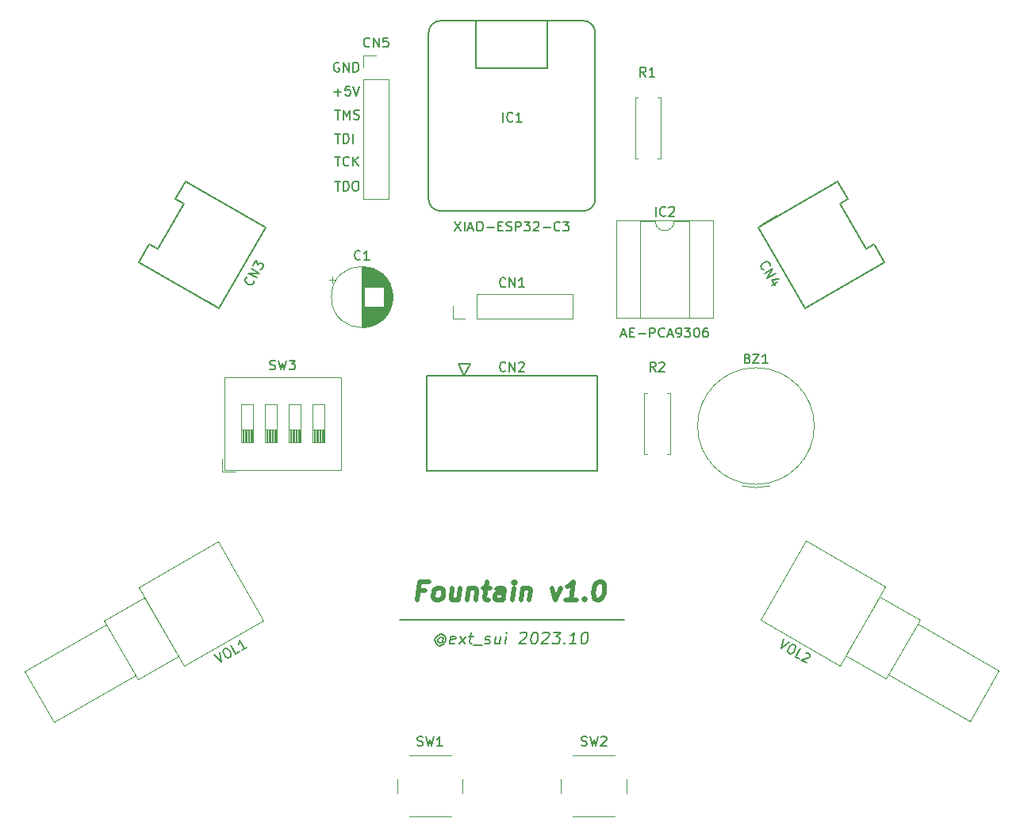
<source format=gto>
G04 #@! TF.GenerationSoftware,KiCad,Pcbnew,(5.0.2)-1*
G04 #@! TF.CreationDate,2023-10-22T23:37:33+09:00*
G04 #@! TF.ProjectId,Fountain,466f756e-7461-4696-9e2e-6b696361645f,rev?*
G04 #@! TF.SameCoordinates,Original*
G04 #@! TF.FileFunction,Legend,Top*
G04 #@! TF.FilePolarity,Positive*
%FSLAX46Y46*%
G04 Gerber Fmt 4.6, Leading zero omitted, Abs format (unit mm)*
G04 Created by KiCad (PCBNEW (5.0.2)-1) date 2023/10/22 23:37:33*
%MOMM*%
%LPD*%
G01*
G04 APERTURE LIST*
%ADD10C,0.150000*%
%ADD11C,0.500000*%
%ADD12C,0.200000*%
%ADD13C,0.120000*%
%ADD14C,0.127000*%
G04 APERTURE END LIST*
D10*
X111120738Y-79152380D02*
X111692166Y-79152380D01*
X111406452Y-80152380D02*
X111406452Y-79152380D01*
X112025500Y-80152380D02*
X112025500Y-79152380D01*
X112263595Y-79152380D01*
X112406452Y-79200000D01*
X112501690Y-79295238D01*
X112549309Y-79390476D01*
X112596928Y-79580952D01*
X112596928Y-79723809D01*
X112549309Y-79914285D01*
X112501690Y-80009523D01*
X112406452Y-80104761D01*
X112263595Y-80152380D01*
X112025500Y-80152380D01*
X113215976Y-79152380D02*
X113406452Y-79152380D01*
X113501690Y-79200000D01*
X113596928Y-79295238D01*
X113644547Y-79485714D01*
X113644547Y-79819047D01*
X113596928Y-80009523D01*
X113501690Y-80104761D01*
X113406452Y-80152380D01*
X113215976Y-80152380D01*
X113120738Y-80104761D01*
X113025500Y-80009523D01*
X112977880Y-79819047D01*
X112977880Y-79485714D01*
X113025500Y-79295238D01*
X113120738Y-79200000D01*
X113215976Y-79152380D01*
X111120738Y-74072380D02*
X111692166Y-74072380D01*
X111406452Y-75072380D02*
X111406452Y-74072380D01*
X112025500Y-75072380D02*
X112025500Y-74072380D01*
X112263595Y-74072380D01*
X112406452Y-74120000D01*
X112501690Y-74215238D01*
X112549309Y-74310476D01*
X112596928Y-74500952D01*
X112596928Y-74643809D01*
X112549309Y-74834285D01*
X112501690Y-74929523D01*
X112406452Y-75024761D01*
X112263595Y-75072380D01*
X112025500Y-75072380D01*
X113025500Y-75072380D02*
X113025500Y-74072380D01*
X111120738Y-76512380D02*
X111692166Y-76512380D01*
X111406452Y-77512380D02*
X111406452Y-76512380D01*
X112596928Y-77417142D02*
X112549309Y-77464761D01*
X112406452Y-77512380D01*
X112311214Y-77512380D01*
X112168357Y-77464761D01*
X112073119Y-77369523D01*
X112025500Y-77274285D01*
X111977880Y-77083809D01*
X111977880Y-76940952D01*
X112025500Y-76750476D01*
X112073119Y-76655238D01*
X112168357Y-76560000D01*
X112311214Y-76512380D01*
X112406452Y-76512380D01*
X112549309Y-76560000D01*
X112596928Y-76607619D01*
X113025500Y-77512380D02*
X113025500Y-76512380D01*
X113596928Y-77512380D02*
X113168357Y-76940952D01*
X113596928Y-76512380D02*
X113025500Y-77083809D01*
X111120738Y-71532380D02*
X111692166Y-71532380D01*
X111406452Y-72532380D02*
X111406452Y-71532380D01*
X112025500Y-72532380D02*
X112025500Y-71532380D01*
X112358833Y-72246666D01*
X112692166Y-71532380D01*
X112692166Y-72532380D01*
X113120738Y-72484761D02*
X113263595Y-72532380D01*
X113501690Y-72532380D01*
X113596928Y-72484761D01*
X113644547Y-72437142D01*
X113692166Y-72341904D01*
X113692166Y-72246666D01*
X113644547Y-72151428D01*
X113596928Y-72103809D01*
X113501690Y-72056190D01*
X113311214Y-72008571D01*
X113215976Y-71960952D01*
X113168357Y-71913333D01*
X113120738Y-71818095D01*
X113120738Y-71722857D01*
X113168357Y-71627619D01*
X113215976Y-71580000D01*
X113311214Y-71532380D01*
X113549309Y-71532380D01*
X113692166Y-71580000D01*
X111009595Y-69611428D02*
X111771500Y-69611428D01*
X111390547Y-69992380D02*
X111390547Y-69230476D01*
X112723880Y-68992380D02*
X112247690Y-68992380D01*
X112200071Y-69468571D01*
X112247690Y-69420952D01*
X112342928Y-69373333D01*
X112581023Y-69373333D01*
X112676261Y-69420952D01*
X112723880Y-69468571D01*
X112771500Y-69563809D01*
X112771500Y-69801904D01*
X112723880Y-69897142D01*
X112676261Y-69944761D01*
X112581023Y-69992380D01*
X112342928Y-69992380D01*
X112247690Y-69944761D01*
X112200071Y-69897142D01*
X113057214Y-68992380D02*
X113390547Y-69992380D01*
X113723880Y-68992380D01*
X111533404Y-66500000D02*
X111438166Y-66452380D01*
X111295309Y-66452380D01*
X111152452Y-66500000D01*
X111057214Y-66595238D01*
X111009595Y-66690476D01*
X110961976Y-66880952D01*
X110961976Y-67023809D01*
X111009595Y-67214285D01*
X111057214Y-67309523D01*
X111152452Y-67404761D01*
X111295309Y-67452380D01*
X111390547Y-67452380D01*
X111533404Y-67404761D01*
X111581023Y-67357142D01*
X111581023Y-67023809D01*
X111390547Y-67023809D01*
X112009595Y-67452380D02*
X112009595Y-66452380D01*
X112581023Y-67452380D01*
X112581023Y-66452380D01*
X113057214Y-67452380D02*
X113057214Y-66452380D01*
X113295309Y-66452380D01*
X113438166Y-66500000D01*
X113533404Y-66595238D01*
X113581023Y-66690476D01*
X113628642Y-66880952D01*
X113628642Y-67023809D01*
X113581023Y-67214285D01*
X113533404Y-67309523D01*
X113438166Y-67404761D01*
X113295309Y-67452380D01*
X113057214Y-67452380D01*
D11*
X120724255Y-122857142D02*
X120057589Y-122857142D01*
X119926636Y-123904761D02*
X120176636Y-121904761D01*
X121129017Y-121904761D01*
X121926636Y-123904761D02*
X121748065Y-123809523D01*
X121664732Y-123714285D01*
X121593303Y-123523809D01*
X121664732Y-122952380D01*
X121783779Y-122761904D01*
X121890922Y-122666666D01*
X122093303Y-122571428D01*
X122379017Y-122571428D01*
X122557589Y-122666666D01*
X122640922Y-122761904D01*
X122712351Y-122952380D01*
X122640922Y-123523809D01*
X122521875Y-123714285D01*
X122414732Y-123809523D01*
X122212351Y-123904761D01*
X121926636Y-123904761D01*
X124474255Y-122571428D02*
X124307589Y-123904761D01*
X123617113Y-122571428D02*
X123486160Y-123619047D01*
X123557589Y-123809523D01*
X123736160Y-123904761D01*
X124021875Y-123904761D01*
X124224255Y-123809523D01*
X124331398Y-123714285D01*
X125426636Y-122571428D02*
X125259970Y-123904761D01*
X125402827Y-122761904D02*
X125509970Y-122666666D01*
X125712351Y-122571428D01*
X125998065Y-122571428D01*
X126176636Y-122666666D01*
X126248065Y-122857142D01*
X126117113Y-123904761D01*
X126950446Y-122571428D02*
X127712351Y-122571428D01*
X127319494Y-121904761D02*
X127105208Y-123619047D01*
X127176636Y-123809523D01*
X127355208Y-123904761D01*
X127545684Y-123904761D01*
X129069494Y-123904761D02*
X129200446Y-122857142D01*
X129129017Y-122666666D01*
X128950446Y-122571428D01*
X128569494Y-122571428D01*
X128367113Y-122666666D01*
X129081398Y-123809523D02*
X128879017Y-123904761D01*
X128402827Y-123904761D01*
X128224255Y-123809523D01*
X128152827Y-123619047D01*
X128176636Y-123428571D01*
X128295684Y-123238095D01*
X128498065Y-123142857D01*
X128974255Y-123142857D01*
X129176636Y-123047619D01*
X130021875Y-123904761D02*
X130188541Y-122571428D01*
X130271875Y-121904761D02*
X130164732Y-122000000D01*
X130248065Y-122095238D01*
X130355208Y-122000000D01*
X130271875Y-121904761D01*
X130248065Y-122095238D01*
X131140922Y-122571428D02*
X130974255Y-123904761D01*
X131117113Y-122761904D02*
X131224255Y-122666666D01*
X131426636Y-122571428D01*
X131712351Y-122571428D01*
X131890922Y-122666666D01*
X131962351Y-122857142D01*
X131831398Y-123904761D01*
X134283779Y-122571428D02*
X134593303Y-123904761D01*
X135236160Y-122571428D01*
X136879017Y-123904761D02*
X135736160Y-123904761D01*
X136307589Y-123904761D02*
X136557589Y-121904761D01*
X136331398Y-122190476D01*
X136117113Y-122380952D01*
X135914732Y-122476190D01*
X137759970Y-123714285D02*
X137843303Y-123809523D01*
X137736160Y-123904761D01*
X137652827Y-123809523D01*
X137759970Y-123714285D01*
X137736160Y-123904761D01*
X139319494Y-121904761D02*
X139509970Y-121904761D01*
X139688541Y-122000000D01*
X139771875Y-122095238D01*
X139843303Y-122285714D01*
X139890922Y-122666666D01*
X139831398Y-123142857D01*
X139688541Y-123523809D01*
X139569494Y-123714285D01*
X139462351Y-123809523D01*
X139259970Y-123904761D01*
X139069494Y-123904761D01*
X138890922Y-123809523D01*
X138807589Y-123714285D01*
X138736160Y-123523809D01*
X138688541Y-123142857D01*
X138748065Y-122666666D01*
X138890922Y-122285714D01*
X139009970Y-122095238D01*
X139117113Y-122000000D01*
X139319494Y-121904761D01*
D12*
X118000000Y-126000000D02*
X142000000Y-126000000D01*
X122626979Y-127970238D02*
X122574895Y-127910714D01*
X122463288Y-127851190D01*
X122344241Y-127851190D01*
X122217752Y-127910714D01*
X122150788Y-127970238D01*
X122076383Y-128089285D01*
X122061502Y-128208333D01*
X122106145Y-128327380D01*
X122158229Y-128386904D01*
X122269836Y-128446428D01*
X122388883Y-128446428D01*
X122515372Y-128386904D01*
X122582336Y-128327380D01*
X122641860Y-127851190D02*
X122582336Y-128327380D01*
X122634419Y-128386904D01*
X122693943Y-128386904D01*
X122820431Y-128327380D01*
X122894836Y-128208333D01*
X122932038Y-127910714D01*
X122835312Y-127732142D01*
X122671622Y-127613095D01*
X122440967Y-127553571D01*
X122195431Y-127613095D01*
X122001979Y-127732142D01*
X121860610Y-127910714D01*
X121771324Y-128148809D01*
X121801086Y-128386904D01*
X121897812Y-128565476D01*
X122061502Y-128684523D01*
X122292157Y-128744047D01*
X122537693Y-128684523D01*
X122731145Y-128565476D01*
X123869538Y-128505952D02*
X123743050Y-128565476D01*
X123504955Y-128565476D01*
X123393348Y-128505952D01*
X123348705Y-128386904D01*
X123408229Y-127910714D01*
X123482633Y-127791666D01*
X123609122Y-127732142D01*
X123847217Y-127732142D01*
X123958824Y-127791666D01*
X124003467Y-127910714D01*
X123988586Y-128029761D01*
X123378467Y-128148809D01*
X124338288Y-128565476D02*
X125097217Y-127732142D01*
X124442455Y-127732142D02*
X124993050Y-128565476D01*
X125394836Y-127732142D02*
X125871026Y-127732142D01*
X125625491Y-127315476D02*
X125491562Y-128386904D01*
X125536205Y-128505952D01*
X125647812Y-128565476D01*
X125766860Y-128565476D01*
X125871026Y-128684523D02*
X126823407Y-128684523D01*
X127083824Y-128505952D02*
X127195431Y-128565476D01*
X127433526Y-128565476D01*
X127560014Y-128505952D01*
X127634419Y-128386904D01*
X127641860Y-128327380D01*
X127597217Y-128208333D01*
X127485610Y-128148809D01*
X127307038Y-128148809D01*
X127195431Y-128089285D01*
X127150788Y-127970238D01*
X127158229Y-127910714D01*
X127232633Y-127791666D01*
X127359122Y-127732142D01*
X127537693Y-127732142D01*
X127649300Y-127791666D01*
X128787693Y-127732142D02*
X128683526Y-128565476D01*
X128251979Y-127732142D02*
X128170133Y-128386904D01*
X128214776Y-128505952D01*
X128326383Y-128565476D01*
X128504955Y-128565476D01*
X128631443Y-128505952D01*
X128698407Y-128446428D01*
X129278764Y-128565476D02*
X129382931Y-127732142D01*
X129435014Y-127315476D02*
X129368050Y-127375000D01*
X129420133Y-127434523D01*
X129487098Y-127375000D01*
X129435014Y-127315476D01*
X129420133Y-127434523D01*
X130908229Y-127434523D02*
X130975193Y-127375000D01*
X131101681Y-127315476D01*
X131399300Y-127315476D01*
X131510907Y-127375000D01*
X131562991Y-127434523D01*
X131607633Y-127553571D01*
X131592752Y-127672619D01*
X131510907Y-127851190D01*
X130707336Y-128565476D01*
X131481145Y-128565476D01*
X132411205Y-127315476D02*
X132530252Y-127315476D01*
X132641860Y-127375000D01*
X132693943Y-127434523D01*
X132738586Y-127553571D01*
X132768348Y-127791666D01*
X132731145Y-128089285D01*
X132641860Y-128327380D01*
X132567455Y-128446428D01*
X132500491Y-128505952D01*
X132374002Y-128565476D01*
X132254955Y-128565476D01*
X132143348Y-128505952D01*
X132091264Y-128446428D01*
X132046622Y-128327380D01*
X132016860Y-128089285D01*
X132054062Y-127791666D01*
X132143348Y-127553571D01*
X132217752Y-127434523D01*
X132284717Y-127375000D01*
X132411205Y-127315476D01*
X133289181Y-127434523D02*
X133356145Y-127375000D01*
X133482633Y-127315476D01*
X133780252Y-127315476D01*
X133891860Y-127375000D01*
X133943943Y-127434523D01*
X133988586Y-127553571D01*
X133973705Y-127672619D01*
X133891860Y-127851190D01*
X133088288Y-128565476D01*
X133862098Y-128565476D01*
X134435014Y-127315476D02*
X135208824Y-127315476D01*
X134732633Y-127791666D01*
X134911205Y-127791666D01*
X135022812Y-127851190D01*
X135074895Y-127910714D01*
X135119538Y-128029761D01*
X135082336Y-128327380D01*
X135007931Y-128446428D01*
X134940967Y-128505952D01*
X134814479Y-128565476D01*
X134457336Y-128565476D01*
X134345729Y-128505952D01*
X134293645Y-128446428D01*
X135603169Y-128446428D02*
X135655252Y-128505952D01*
X135588288Y-128565476D01*
X135536205Y-128505952D01*
X135603169Y-128446428D01*
X135588288Y-128565476D01*
X136838288Y-128565476D02*
X136124002Y-128565476D01*
X136481145Y-128565476D02*
X136637395Y-127315476D01*
X136496026Y-127494047D01*
X136362098Y-127613095D01*
X136235610Y-127672619D01*
X137768348Y-127315476D02*
X137887395Y-127315476D01*
X137999002Y-127375000D01*
X138051086Y-127434523D01*
X138095729Y-127553571D01*
X138125491Y-127791666D01*
X138088288Y-128089285D01*
X137999002Y-128327380D01*
X137924598Y-128446428D01*
X137857633Y-128505952D01*
X137731145Y-128565476D01*
X137612098Y-128565476D01*
X137500491Y-128505952D01*
X137448407Y-128446428D01*
X137403764Y-128327380D01*
X137374002Y-128089285D01*
X137411205Y-127791666D01*
X137500491Y-127553571D01*
X137574895Y-127434523D01*
X137641860Y-127375000D01*
X137768348Y-127315476D01*
D13*
G04 #@! TO.C,VOL2*
X161389795Y-117531893D02*
X169869050Y-122427393D01*
X156519795Y-125966980D02*
X164999050Y-130862480D01*
X161389795Y-117531893D02*
X156519795Y-125966980D01*
X169869050Y-122427393D02*
X164999050Y-130862480D01*
X169244050Y-123509925D02*
X173574177Y-126009925D01*
X165624050Y-129779948D02*
X169954177Y-132279948D01*
X169244050Y-123509925D02*
X165624050Y-129779948D01*
X173574177Y-126009925D02*
X169954177Y-132279948D01*
X173324177Y-126442937D02*
X181984431Y-131442937D01*
X170204177Y-131846936D02*
X178864431Y-136846936D01*
X173324177Y-126442937D02*
X170204177Y-131846936D01*
X181984431Y-131442937D02*
X178864431Y-136846936D01*
D10*
G04 #@! TO.C,IC1*
X138890000Y-81050000D02*
G75*
G02X137620000Y-82320000I-1270000J0D01*
G01*
X122380000Y-82320000D02*
G75*
G02X121110000Y-81050000I0J1270000D01*
G01*
X121110000Y-63270000D02*
G75*
G02X122380000Y-62000000I1270000J0D01*
G01*
X137620000Y-62000000D02*
G75*
G02X138890000Y-63270000I0J-1270000D01*
G01*
X122380000Y-62000000D02*
X137620000Y-62000000D01*
X122380000Y-82320000D02*
X137620000Y-82320000D01*
X138890000Y-63270000D02*
X138890000Y-81050000D01*
X121110000Y-81050000D02*
X121110000Y-63270000D01*
X126190000Y-62000000D02*
X126190000Y-67080000D01*
X126190000Y-67080000D02*
X133810000Y-67080000D01*
X133810000Y-67080000D02*
X133810000Y-62000000D01*
D13*
G04 #@! TO.C,BZ1*
X162270000Y-105290000D02*
G75*
G03X162270000Y-105290000I-6230000J0D01*
G01*
X157539999Y-111690000D02*
G75*
G02X154540000Y-111690000I-1499999J6400000D01*
G01*
G04 #@! TO.C,CN1*
X136490000Y-93830000D02*
X136490000Y-91170000D01*
X126270000Y-93830000D02*
X136490000Y-93830000D01*
X126270000Y-91170000D02*
X136490000Y-91170000D01*
X126270000Y-93830000D02*
X126270000Y-91170000D01*
X125000000Y-93830000D02*
X123670000Y-93830000D01*
X123670000Y-93830000D02*
X123670000Y-92500000D01*
D10*
G04 #@! TO.C,CN2*
X125555000Y-98650000D02*
X124920000Y-99920000D01*
X124285000Y-98650000D02*
X125555000Y-98650000D01*
X124920000Y-99920000D02*
X124285000Y-98650000D01*
X120920000Y-99920000D02*
X120920000Y-110080000D01*
X139080000Y-99920000D02*
X139080000Y-110080000D01*
X120920000Y-110080000D02*
X139080000Y-110080000D01*
X120920000Y-99920000D02*
X139080000Y-99920000D01*
D13*
G04 #@! TO.C,IC2*
X147310000Y-83420000D02*
G75*
G02X145310000Y-83420000I-1000000J0D01*
G01*
X145310000Y-83420000D02*
X143660000Y-83420000D01*
X143660000Y-83420000D02*
X143660000Y-93700000D01*
X143660000Y-93700000D02*
X148960000Y-93700000D01*
X148960000Y-93700000D02*
X148960000Y-83420000D01*
X148960000Y-83420000D02*
X147310000Y-83420000D01*
X141170000Y-83360000D02*
X141170000Y-93760000D01*
X141170000Y-93760000D02*
X151450000Y-93760000D01*
X151450000Y-93760000D02*
X151450000Y-83360000D01*
X151450000Y-83360000D02*
X141170000Y-83360000D01*
G04 #@! TO.C,SW1*
X119000000Y-147000000D02*
X123500000Y-147000000D01*
X117750000Y-143000000D02*
X117750000Y-144500000D01*
X123500000Y-140500000D02*
X119000000Y-140500000D01*
X124750000Y-144500000D02*
X124750000Y-143000000D01*
G04 #@! TO.C,SW2*
X142250000Y-144500000D02*
X142250000Y-143000000D01*
X141000000Y-140500000D02*
X136500000Y-140500000D01*
X135250000Y-143000000D02*
X135250000Y-144500000D01*
X136500000Y-147000000D02*
X141000000Y-147000000D01*
G04 #@! TO.C,SW3*
X99330000Y-109950000D02*
X99330000Y-100050000D01*
X111790000Y-109950000D02*
X111790000Y-100050000D01*
X99330000Y-109950000D02*
X111790000Y-109950000D01*
X99330000Y-100050000D02*
X111790000Y-100050000D01*
X99090000Y-110190000D02*
X99090000Y-108806000D01*
X99090000Y-110190000D02*
X100473000Y-110190000D01*
X101115000Y-107030000D02*
X102385000Y-107030000D01*
X102385000Y-107030000D02*
X102385000Y-102970000D01*
X102385000Y-102970000D02*
X101115000Y-102970000D01*
X101115000Y-102970000D02*
X101115000Y-107030000D01*
X101235000Y-107030000D02*
X101235000Y-105676667D01*
X101355000Y-107030000D02*
X101355000Y-105676667D01*
X101475000Y-107030000D02*
X101475000Y-105676667D01*
X101595000Y-107030000D02*
X101595000Y-105676667D01*
X101715000Y-107030000D02*
X101715000Y-105676667D01*
X101835000Y-107030000D02*
X101835000Y-105676667D01*
X101955000Y-107030000D02*
X101955000Y-105676667D01*
X102075000Y-107030000D02*
X102075000Y-105676667D01*
X102195000Y-107030000D02*
X102195000Y-105676667D01*
X102315000Y-107030000D02*
X102315000Y-105676667D01*
X101115000Y-105676667D02*
X102385000Y-105676667D01*
X103655000Y-107030000D02*
X104925000Y-107030000D01*
X104925000Y-107030000D02*
X104925000Y-102970000D01*
X104925000Y-102970000D02*
X103655000Y-102970000D01*
X103655000Y-102970000D02*
X103655000Y-107030000D01*
X103775000Y-107030000D02*
X103775000Y-105676667D01*
X103895000Y-107030000D02*
X103895000Y-105676667D01*
X104015000Y-107030000D02*
X104015000Y-105676667D01*
X104135000Y-107030000D02*
X104135000Y-105676667D01*
X104255000Y-107030000D02*
X104255000Y-105676667D01*
X104375000Y-107030000D02*
X104375000Y-105676667D01*
X104495000Y-107030000D02*
X104495000Y-105676667D01*
X104615000Y-107030000D02*
X104615000Y-105676667D01*
X104735000Y-107030000D02*
X104735000Y-105676667D01*
X104855000Y-107030000D02*
X104855000Y-105676667D01*
X103655000Y-105676667D02*
X104925000Y-105676667D01*
X106195000Y-107030000D02*
X107465000Y-107030000D01*
X107465000Y-107030000D02*
X107465000Y-102970000D01*
X107465000Y-102970000D02*
X106195000Y-102970000D01*
X106195000Y-102970000D02*
X106195000Y-107030000D01*
X106315000Y-107030000D02*
X106315000Y-105676667D01*
X106435000Y-107030000D02*
X106435000Y-105676667D01*
X106555000Y-107030000D02*
X106555000Y-105676667D01*
X106675000Y-107030000D02*
X106675000Y-105676667D01*
X106795000Y-107030000D02*
X106795000Y-105676667D01*
X106915000Y-107030000D02*
X106915000Y-105676667D01*
X107035000Y-107030000D02*
X107035000Y-105676667D01*
X107155000Y-107030000D02*
X107155000Y-105676667D01*
X107275000Y-107030000D02*
X107275000Y-105676667D01*
X107395000Y-107030000D02*
X107395000Y-105676667D01*
X106195000Y-105676667D02*
X107465000Y-105676667D01*
X108735000Y-107030000D02*
X110005000Y-107030000D01*
X110005000Y-107030000D02*
X110005000Y-102970000D01*
X110005000Y-102970000D02*
X108735000Y-102970000D01*
X108735000Y-102970000D02*
X108735000Y-107030000D01*
X108855000Y-107030000D02*
X108855000Y-105676667D01*
X108975000Y-107030000D02*
X108975000Y-105676667D01*
X109095000Y-107030000D02*
X109095000Y-105676667D01*
X109215000Y-107030000D02*
X109215000Y-105676667D01*
X109335000Y-107030000D02*
X109335000Y-105676667D01*
X109455000Y-107030000D02*
X109455000Y-105676667D01*
X109575000Y-107030000D02*
X109575000Y-105676667D01*
X109695000Y-107030000D02*
X109695000Y-105676667D01*
X109815000Y-107030000D02*
X109815000Y-105676667D01*
X109935000Y-107030000D02*
X109935000Y-105676667D01*
X108735000Y-105676667D02*
X110005000Y-105676667D01*
G04 #@! TO.C,VOL1*
X81135569Y-136927063D02*
X78015569Y-131523064D01*
X89795823Y-131927063D02*
X86675823Y-126523064D01*
X86675823Y-126523064D02*
X78015569Y-131523064D01*
X89795823Y-131927063D02*
X81135569Y-136927063D01*
X90045823Y-132360075D02*
X86425823Y-126090052D01*
X94375950Y-129860075D02*
X90755950Y-123590052D01*
X90755950Y-123590052D02*
X86425823Y-126090052D01*
X94375950Y-129860075D02*
X90045823Y-132360075D01*
X95000950Y-130942607D02*
X90130950Y-122507520D01*
X103480205Y-126047107D02*
X98610205Y-117612020D01*
X98610205Y-117612020D02*
X90130950Y-122507520D01*
X103480205Y-126047107D02*
X95000950Y-130942607D01*
D14*
G04 #@! TO.C,CN3*
X96617349Y-91504969D02*
X98346317Y-92503189D01*
X90206476Y-87805127D02*
X98693524Y-92705127D01*
X95206476Y-79144873D02*
X103693524Y-84044873D01*
X103693524Y-84044873D02*
X98693524Y-92705127D01*
X94106016Y-81050926D02*
X95206476Y-79144873D01*
X94972994Y-81551476D02*
X94106016Y-81050926D01*
X92172961Y-86399074D02*
X94972041Y-81550926D01*
X91306476Y-85899871D02*
X92173454Y-86400421D01*
X90206016Y-87805924D02*
X91306476Y-85899871D01*
G04 #@! TO.C,CN4*
X164768064Y-79144076D02*
X165868524Y-81050129D01*
X165868524Y-81050129D02*
X165001546Y-81550679D01*
X165002959Y-81550926D02*
X167802039Y-86399074D01*
X167801086Y-86399624D02*
X168668064Y-85899074D01*
X168668064Y-85899074D02*
X169768524Y-87805127D01*
X161281476Y-92705127D02*
X156281476Y-84044873D01*
X169768524Y-87805127D02*
X161281476Y-92705127D01*
X164768524Y-79144873D02*
X156281476Y-84044873D01*
X158358931Y-82846931D02*
X156629963Y-83845151D01*
D13*
G04 #@! TO.C,R1*
X143460000Y-76710000D02*
X143130000Y-76710000D01*
X143130000Y-76710000D02*
X143130000Y-70170000D01*
X143130000Y-70170000D02*
X143460000Y-70170000D01*
X145540000Y-76710000D02*
X145870000Y-76710000D01*
X145870000Y-76710000D02*
X145870000Y-70170000D01*
X145870000Y-70170000D02*
X145540000Y-70170000D01*
G04 #@! TO.C,R2*
X146540000Y-101790000D02*
X146870000Y-101790000D01*
X146870000Y-101790000D02*
X146870000Y-108330000D01*
X146870000Y-108330000D02*
X146540000Y-108330000D01*
X144460000Y-101790000D02*
X144130000Y-101790000D01*
X144130000Y-101790000D02*
X144130000Y-108330000D01*
X144130000Y-108330000D02*
X144460000Y-108330000D01*
G04 #@! TO.C,C1*
X117270000Y-91500000D02*
G75*
G03X117270000Y-91500000I-3270000J0D01*
G01*
X114000000Y-88270000D02*
X114000000Y-94730000D01*
X114040000Y-88270000D02*
X114040000Y-94730000D01*
X114080000Y-88270000D02*
X114080000Y-94730000D01*
X114120000Y-88272000D02*
X114120000Y-94728000D01*
X114160000Y-88273000D02*
X114160000Y-94727000D01*
X114200000Y-88276000D02*
X114200000Y-94724000D01*
X114240000Y-88278000D02*
X114240000Y-90460000D01*
X114240000Y-92540000D02*
X114240000Y-94722000D01*
X114280000Y-88282000D02*
X114280000Y-90460000D01*
X114280000Y-92540000D02*
X114280000Y-94718000D01*
X114320000Y-88285000D02*
X114320000Y-90460000D01*
X114320000Y-92540000D02*
X114320000Y-94715000D01*
X114360000Y-88289000D02*
X114360000Y-90460000D01*
X114360000Y-92540000D02*
X114360000Y-94711000D01*
X114400000Y-88294000D02*
X114400000Y-90460000D01*
X114400000Y-92540000D02*
X114400000Y-94706000D01*
X114440000Y-88299000D02*
X114440000Y-90460000D01*
X114440000Y-92540000D02*
X114440000Y-94701000D01*
X114480000Y-88305000D02*
X114480000Y-90460000D01*
X114480000Y-92540000D02*
X114480000Y-94695000D01*
X114520000Y-88311000D02*
X114520000Y-90460000D01*
X114520000Y-92540000D02*
X114520000Y-94689000D01*
X114560000Y-88318000D02*
X114560000Y-90460000D01*
X114560000Y-92540000D02*
X114560000Y-94682000D01*
X114600000Y-88325000D02*
X114600000Y-90460000D01*
X114600000Y-92540000D02*
X114600000Y-94675000D01*
X114640000Y-88333000D02*
X114640000Y-90460000D01*
X114640000Y-92540000D02*
X114640000Y-94667000D01*
X114680000Y-88341000D02*
X114680000Y-90460000D01*
X114680000Y-92540000D02*
X114680000Y-94659000D01*
X114721000Y-88350000D02*
X114721000Y-90460000D01*
X114721000Y-92540000D02*
X114721000Y-94650000D01*
X114761000Y-88359000D02*
X114761000Y-90460000D01*
X114761000Y-92540000D02*
X114761000Y-94641000D01*
X114801000Y-88369000D02*
X114801000Y-90460000D01*
X114801000Y-92540000D02*
X114801000Y-94631000D01*
X114841000Y-88379000D02*
X114841000Y-90460000D01*
X114841000Y-92540000D02*
X114841000Y-94621000D01*
X114881000Y-88390000D02*
X114881000Y-90460000D01*
X114881000Y-92540000D02*
X114881000Y-94610000D01*
X114921000Y-88402000D02*
X114921000Y-90460000D01*
X114921000Y-92540000D02*
X114921000Y-94598000D01*
X114961000Y-88414000D02*
X114961000Y-90460000D01*
X114961000Y-92540000D02*
X114961000Y-94586000D01*
X115001000Y-88426000D02*
X115001000Y-90460000D01*
X115001000Y-92540000D02*
X115001000Y-94574000D01*
X115041000Y-88439000D02*
X115041000Y-90460000D01*
X115041000Y-92540000D02*
X115041000Y-94561000D01*
X115081000Y-88453000D02*
X115081000Y-90460000D01*
X115081000Y-92540000D02*
X115081000Y-94547000D01*
X115121000Y-88467000D02*
X115121000Y-90460000D01*
X115121000Y-92540000D02*
X115121000Y-94533000D01*
X115161000Y-88482000D02*
X115161000Y-90460000D01*
X115161000Y-92540000D02*
X115161000Y-94518000D01*
X115201000Y-88498000D02*
X115201000Y-90460000D01*
X115201000Y-92540000D02*
X115201000Y-94502000D01*
X115241000Y-88514000D02*
X115241000Y-90460000D01*
X115241000Y-92540000D02*
X115241000Y-94486000D01*
X115281000Y-88530000D02*
X115281000Y-90460000D01*
X115281000Y-92540000D02*
X115281000Y-94470000D01*
X115321000Y-88548000D02*
X115321000Y-90460000D01*
X115321000Y-92540000D02*
X115321000Y-94452000D01*
X115361000Y-88566000D02*
X115361000Y-90460000D01*
X115361000Y-92540000D02*
X115361000Y-94434000D01*
X115401000Y-88584000D02*
X115401000Y-90460000D01*
X115401000Y-92540000D02*
X115401000Y-94416000D01*
X115441000Y-88604000D02*
X115441000Y-90460000D01*
X115441000Y-92540000D02*
X115441000Y-94396000D01*
X115481000Y-88624000D02*
X115481000Y-90460000D01*
X115481000Y-92540000D02*
X115481000Y-94376000D01*
X115521000Y-88644000D02*
X115521000Y-90460000D01*
X115521000Y-92540000D02*
X115521000Y-94356000D01*
X115561000Y-88666000D02*
X115561000Y-90460000D01*
X115561000Y-92540000D02*
X115561000Y-94334000D01*
X115601000Y-88688000D02*
X115601000Y-90460000D01*
X115601000Y-92540000D02*
X115601000Y-94312000D01*
X115641000Y-88710000D02*
X115641000Y-90460000D01*
X115641000Y-92540000D02*
X115641000Y-94290000D01*
X115681000Y-88734000D02*
X115681000Y-90460000D01*
X115681000Y-92540000D02*
X115681000Y-94266000D01*
X115721000Y-88758000D02*
X115721000Y-90460000D01*
X115721000Y-92540000D02*
X115721000Y-94242000D01*
X115761000Y-88784000D02*
X115761000Y-90460000D01*
X115761000Y-92540000D02*
X115761000Y-94216000D01*
X115801000Y-88810000D02*
X115801000Y-90460000D01*
X115801000Y-92540000D02*
X115801000Y-94190000D01*
X115841000Y-88836000D02*
X115841000Y-90460000D01*
X115841000Y-92540000D02*
X115841000Y-94164000D01*
X115881000Y-88864000D02*
X115881000Y-90460000D01*
X115881000Y-92540000D02*
X115881000Y-94136000D01*
X115921000Y-88893000D02*
X115921000Y-90460000D01*
X115921000Y-92540000D02*
X115921000Y-94107000D01*
X115961000Y-88922000D02*
X115961000Y-90460000D01*
X115961000Y-92540000D02*
X115961000Y-94078000D01*
X116001000Y-88952000D02*
X116001000Y-90460000D01*
X116001000Y-92540000D02*
X116001000Y-94048000D01*
X116041000Y-88984000D02*
X116041000Y-90460000D01*
X116041000Y-92540000D02*
X116041000Y-94016000D01*
X116081000Y-89016000D02*
X116081000Y-90460000D01*
X116081000Y-92540000D02*
X116081000Y-93984000D01*
X116121000Y-89050000D02*
X116121000Y-90460000D01*
X116121000Y-92540000D02*
X116121000Y-93950000D01*
X116161000Y-89084000D02*
X116161000Y-90460000D01*
X116161000Y-92540000D02*
X116161000Y-93916000D01*
X116201000Y-89120000D02*
X116201000Y-90460000D01*
X116201000Y-92540000D02*
X116201000Y-93880000D01*
X116241000Y-89157000D02*
X116241000Y-90460000D01*
X116241000Y-92540000D02*
X116241000Y-93843000D01*
X116281000Y-89195000D02*
X116281000Y-90460000D01*
X116281000Y-92540000D02*
X116281000Y-93805000D01*
X116321000Y-89235000D02*
X116321000Y-93765000D01*
X116361000Y-89276000D02*
X116361000Y-93724000D01*
X116401000Y-89318000D02*
X116401000Y-93682000D01*
X116441000Y-89363000D02*
X116441000Y-93637000D01*
X116481000Y-89408000D02*
X116481000Y-93592000D01*
X116521000Y-89456000D02*
X116521000Y-93544000D01*
X116561000Y-89505000D02*
X116561000Y-93495000D01*
X116601000Y-89556000D02*
X116601000Y-93444000D01*
X116641000Y-89610000D02*
X116641000Y-93390000D01*
X116681000Y-89666000D02*
X116681000Y-93334000D01*
X116721000Y-89724000D02*
X116721000Y-93276000D01*
X116761000Y-89786000D02*
X116761000Y-93214000D01*
X116801000Y-89850000D02*
X116801000Y-93150000D01*
X116841000Y-89919000D02*
X116841000Y-93081000D01*
X116881000Y-89991000D02*
X116881000Y-93009000D01*
X116921000Y-90068000D02*
X116921000Y-92932000D01*
X116961000Y-90150000D02*
X116961000Y-92850000D01*
X117001000Y-90238000D02*
X117001000Y-92762000D01*
X117041000Y-90335000D02*
X117041000Y-92665000D01*
X117081000Y-90441000D02*
X117081000Y-92559000D01*
X117121000Y-90560000D02*
X117121000Y-92440000D01*
X117161000Y-90698000D02*
X117161000Y-92302000D01*
X117201000Y-90867000D02*
X117201000Y-92133000D01*
X117241000Y-91098000D02*
X117241000Y-91902000D01*
X110499759Y-89661000D02*
X111129759Y-89661000D01*
X110814759Y-89346000D02*
X110814759Y-89976000D01*
G04 #@! TO.C,CN5*
X114170000Y-81030000D02*
X116830000Y-81030000D01*
X114170000Y-68270000D02*
X114170000Y-81030000D01*
X116830000Y-68270000D02*
X116830000Y-81030000D01*
X114170000Y-68270000D02*
X116830000Y-68270000D01*
X114170000Y-67000000D02*
X114170000Y-65670000D01*
X114170000Y-65670000D02*
X115500000Y-65670000D01*
G04 #@! TO.C,VOL2*
D10*
X158994574Y-128040700D02*
X158783250Y-129073392D01*
X159571925Y-128374033D01*
X160025557Y-128635938D02*
X160190514Y-128731176D01*
X160249183Y-128820034D01*
X160284043Y-128950132D01*
X160230044Y-129138899D01*
X160063377Y-129427574D01*
X159926900Y-129568722D01*
X159796802Y-129603581D01*
X159690514Y-129597201D01*
X159525557Y-129501963D01*
X159466888Y-129413105D01*
X159432028Y-129283007D01*
X159486027Y-129094241D01*
X159652694Y-128805565D01*
X159789171Y-128664418D01*
X159919269Y-128629558D01*
X160025557Y-128635938D01*
X160680258Y-130168630D02*
X160267865Y-129930535D01*
X160767865Y-129064509D01*
X161380074Y-129527940D02*
X161445123Y-129510511D01*
X161551411Y-129516890D01*
X161757608Y-129635938D01*
X161816277Y-129724796D01*
X161833707Y-129789845D01*
X161827327Y-129896133D01*
X161779708Y-129978612D01*
X161667040Y-130078520D01*
X160886454Y-130287678D01*
X161422565Y-130597201D01*
G04 #@! TO.C,IC1*
X129023809Y-72786380D02*
X129023809Y-71786380D01*
X130071428Y-72691142D02*
X130023809Y-72738761D01*
X129880952Y-72786380D01*
X129785714Y-72786380D01*
X129642857Y-72738761D01*
X129547619Y-72643523D01*
X129500000Y-72548285D01*
X129452380Y-72357809D01*
X129452380Y-72214952D01*
X129500000Y-72024476D01*
X129547619Y-71929238D01*
X129642857Y-71834000D01*
X129785714Y-71786380D01*
X129880952Y-71786380D01*
X130023809Y-71834000D01*
X130071428Y-71881619D01*
X131023809Y-72786380D02*
X130452380Y-72786380D01*
X130738095Y-72786380D02*
X130738095Y-71786380D01*
X130642857Y-71929238D01*
X130547619Y-72024476D01*
X130452380Y-72072095D01*
X123880952Y-83452380D02*
X124547619Y-84452380D01*
X124547619Y-83452380D02*
X123880952Y-84452380D01*
X124928571Y-84452380D02*
X124928571Y-83452380D01*
X125357142Y-84166666D02*
X125833333Y-84166666D01*
X125261904Y-84452380D02*
X125595238Y-83452380D01*
X125928571Y-84452380D01*
X126452380Y-83452380D02*
X126642857Y-83452380D01*
X126738095Y-83500000D01*
X126833333Y-83595238D01*
X126880952Y-83785714D01*
X126880952Y-84119047D01*
X126833333Y-84309523D01*
X126738095Y-84404761D01*
X126642857Y-84452380D01*
X126452380Y-84452380D01*
X126357142Y-84404761D01*
X126261904Y-84309523D01*
X126214285Y-84119047D01*
X126214285Y-83785714D01*
X126261904Y-83595238D01*
X126357142Y-83500000D01*
X126452380Y-83452380D01*
X127309523Y-84071428D02*
X128071428Y-84071428D01*
X128547619Y-83928571D02*
X128880952Y-83928571D01*
X129023809Y-84452380D02*
X128547619Y-84452380D01*
X128547619Y-83452380D01*
X129023809Y-83452380D01*
X129404761Y-84404761D02*
X129547619Y-84452380D01*
X129785714Y-84452380D01*
X129880952Y-84404761D01*
X129928571Y-84357142D01*
X129976190Y-84261904D01*
X129976190Y-84166666D01*
X129928571Y-84071428D01*
X129880952Y-84023809D01*
X129785714Y-83976190D01*
X129595238Y-83928571D01*
X129500000Y-83880952D01*
X129452380Y-83833333D01*
X129404761Y-83738095D01*
X129404761Y-83642857D01*
X129452380Y-83547619D01*
X129500000Y-83500000D01*
X129595238Y-83452380D01*
X129833333Y-83452380D01*
X129976190Y-83500000D01*
X130404761Y-84452380D02*
X130404761Y-83452380D01*
X130785714Y-83452380D01*
X130880952Y-83500000D01*
X130928571Y-83547619D01*
X130976190Y-83642857D01*
X130976190Y-83785714D01*
X130928571Y-83880952D01*
X130880952Y-83928571D01*
X130785714Y-83976190D01*
X130404761Y-83976190D01*
X131309523Y-83452380D02*
X131928571Y-83452380D01*
X131595238Y-83833333D01*
X131738095Y-83833333D01*
X131833333Y-83880952D01*
X131880952Y-83928571D01*
X131928571Y-84023809D01*
X131928571Y-84261904D01*
X131880952Y-84357142D01*
X131833333Y-84404761D01*
X131738095Y-84452380D01*
X131452380Y-84452380D01*
X131357142Y-84404761D01*
X131309523Y-84357142D01*
X132309523Y-83547619D02*
X132357142Y-83500000D01*
X132452380Y-83452380D01*
X132690476Y-83452380D01*
X132785714Y-83500000D01*
X132833333Y-83547619D01*
X132880952Y-83642857D01*
X132880952Y-83738095D01*
X132833333Y-83880952D01*
X132261904Y-84452380D01*
X132880952Y-84452380D01*
X133309523Y-84071428D02*
X134071428Y-84071428D01*
X135119047Y-84357142D02*
X135071428Y-84404761D01*
X134928571Y-84452380D01*
X134833333Y-84452380D01*
X134690476Y-84404761D01*
X134595238Y-84309523D01*
X134547619Y-84214285D01*
X134500000Y-84023809D01*
X134500000Y-83880952D01*
X134547619Y-83690476D01*
X134595238Y-83595238D01*
X134690476Y-83500000D01*
X134833333Y-83452380D01*
X134928571Y-83452380D01*
X135071428Y-83500000D01*
X135119047Y-83547619D01*
X135452380Y-83452380D02*
X136071428Y-83452380D01*
X135738095Y-83833333D01*
X135880952Y-83833333D01*
X135976190Y-83880952D01*
X136023809Y-83928571D01*
X136071428Y-84023809D01*
X136071428Y-84261904D01*
X136023809Y-84357142D01*
X135976190Y-84404761D01*
X135880952Y-84452380D01*
X135595238Y-84452380D01*
X135500000Y-84404761D01*
X135452380Y-84357142D01*
G04 #@! TO.C,BZ1*
X155159047Y-98066571D02*
X155301904Y-98114190D01*
X155349523Y-98161809D01*
X155397142Y-98257047D01*
X155397142Y-98399904D01*
X155349523Y-98495142D01*
X155301904Y-98542761D01*
X155206666Y-98590380D01*
X154825714Y-98590380D01*
X154825714Y-97590380D01*
X155159047Y-97590380D01*
X155254285Y-97638000D01*
X155301904Y-97685619D01*
X155349523Y-97780857D01*
X155349523Y-97876095D01*
X155301904Y-97971333D01*
X155254285Y-98018952D01*
X155159047Y-98066571D01*
X154825714Y-98066571D01*
X155730476Y-97590380D02*
X156397142Y-97590380D01*
X155730476Y-98590380D01*
X156397142Y-98590380D01*
X157301904Y-98590380D02*
X156730476Y-98590380D01*
X157016190Y-98590380D02*
X157016190Y-97590380D01*
X156920952Y-97733238D01*
X156825714Y-97828476D01*
X156730476Y-97876095D01*
G04 #@! TO.C,CN1*
X129309523Y-90357142D02*
X129261904Y-90404761D01*
X129119047Y-90452380D01*
X129023809Y-90452380D01*
X128880952Y-90404761D01*
X128785714Y-90309523D01*
X128738095Y-90214285D01*
X128690476Y-90023809D01*
X128690476Y-89880952D01*
X128738095Y-89690476D01*
X128785714Y-89595238D01*
X128880952Y-89500000D01*
X129023809Y-89452380D01*
X129119047Y-89452380D01*
X129261904Y-89500000D01*
X129309523Y-89547619D01*
X129738095Y-90452380D02*
X129738095Y-89452380D01*
X130309523Y-90452380D01*
X130309523Y-89452380D01*
X131309523Y-90452380D02*
X130738095Y-90452380D01*
X131023809Y-90452380D02*
X131023809Y-89452380D01*
X130928571Y-89595238D01*
X130833333Y-89690476D01*
X130738095Y-89738095D01*
G04 #@! TO.C,CN2*
X129309523Y-99357142D02*
X129261904Y-99404761D01*
X129119047Y-99452380D01*
X129023809Y-99452380D01*
X128880952Y-99404761D01*
X128785714Y-99309523D01*
X128738095Y-99214285D01*
X128690476Y-99023809D01*
X128690476Y-98880952D01*
X128738095Y-98690476D01*
X128785714Y-98595238D01*
X128880952Y-98500000D01*
X129023809Y-98452380D01*
X129119047Y-98452380D01*
X129261904Y-98500000D01*
X129309523Y-98547619D01*
X129738095Y-99452380D02*
X129738095Y-98452380D01*
X130309523Y-99452380D01*
X130309523Y-98452380D01*
X130738095Y-98547619D02*
X130785714Y-98500000D01*
X130880952Y-98452380D01*
X131119047Y-98452380D01*
X131214285Y-98500000D01*
X131261904Y-98547619D01*
X131309523Y-98642857D01*
X131309523Y-98738095D01*
X131261904Y-98880952D01*
X130690476Y-99452380D01*
X131309523Y-99452380D01*
G04 #@! TO.C,IC2*
X145333809Y-82872380D02*
X145333809Y-81872380D01*
X146381428Y-82777142D02*
X146333809Y-82824761D01*
X146190952Y-82872380D01*
X146095714Y-82872380D01*
X145952857Y-82824761D01*
X145857619Y-82729523D01*
X145810000Y-82634285D01*
X145762380Y-82443809D01*
X145762380Y-82300952D01*
X145810000Y-82110476D01*
X145857619Y-82015238D01*
X145952857Y-81920000D01*
X146095714Y-81872380D01*
X146190952Y-81872380D01*
X146333809Y-81920000D01*
X146381428Y-81967619D01*
X146762380Y-81967619D02*
X146810000Y-81920000D01*
X146905238Y-81872380D01*
X147143333Y-81872380D01*
X147238571Y-81920000D01*
X147286190Y-81967619D01*
X147333809Y-82062857D01*
X147333809Y-82158095D01*
X147286190Y-82300952D01*
X146714761Y-82872380D01*
X147333809Y-82872380D01*
X141667142Y-95514666D02*
X142143333Y-95514666D01*
X141571904Y-95800380D02*
X141905238Y-94800380D01*
X142238571Y-95800380D01*
X142571904Y-95276571D02*
X142905238Y-95276571D01*
X143048095Y-95800380D02*
X142571904Y-95800380D01*
X142571904Y-94800380D01*
X143048095Y-94800380D01*
X143476666Y-95419428D02*
X144238571Y-95419428D01*
X144714761Y-95800380D02*
X144714761Y-94800380D01*
X145095714Y-94800380D01*
X145190952Y-94848000D01*
X145238571Y-94895619D01*
X145286190Y-94990857D01*
X145286190Y-95133714D01*
X145238571Y-95228952D01*
X145190952Y-95276571D01*
X145095714Y-95324190D01*
X144714761Y-95324190D01*
X146286190Y-95705142D02*
X146238571Y-95752761D01*
X146095714Y-95800380D01*
X146000476Y-95800380D01*
X145857619Y-95752761D01*
X145762380Y-95657523D01*
X145714761Y-95562285D01*
X145667142Y-95371809D01*
X145667142Y-95228952D01*
X145714761Y-95038476D01*
X145762380Y-94943238D01*
X145857619Y-94848000D01*
X146000476Y-94800380D01*
X146095714Y-94800380D01*
X146238571Y-94848000D01*
X146286190Y-94895619D01*
X146667142Y-95514666D02*
X147143333Y-95514666D01*
X146571904Y-95800380D02*
X146905238Y-94800380D01*
X147238571Y-95800380D01*
X147619523Y-95800380D02*
X147810000Y-95800380D01*
X147905238Y-95752761D01*
X147952857Y-95705142D01*
X148048095Y-95562285D01*
X148095714Y-95371809D01*
X148095714Y-94990857D01*
X148048095Y-94895619D01*
X148000476Y-94848000D01*
X147905238Y-94800380D01*
X147714761Y-94800380D01*
X147619523Y-94848000D01*
X147571904Y-94895619D01*
X147524285Y-94990857D01*
X147524285Y-95228952D01*
X147571904Y-95324190D01*
X147619523Y-95371809D01*
X147714761Y-95419428D01*
X147905238Y-95419428D01*
X148000476Y-95371809D01*
X148048095Y-95324190D01*
X148095714Y-95228952D01*
X148429047Y-94800380D02*
X149048095Y-94800380D01*
X148714761Y-95181333D01*
X148857619Y-95181333D01*
X148952857Y-95228952D01*
X149000476Y-95276571D01*
X149048095Y-95371809D01*
X149048095Y-95609904D01*
X149000476Y-95705142D01*
X148952857Y-95752761D01*
X148857619Y-95800380D01*
X148571904Y-95800380D01*
X148476666Y-95752761D01*
X148429047Y-95705142D01*
X149667142Y-94800380D02*
X149762380Y-94800380D01*
X149857619Y-94848000D01*
X149905238Y-94895619D01*
X149952857Y-94990857D01*
X150000476Y-95181333D01*
X150000476Y-95419428D01*
X149952857Y-95609904D01*
X149905238Y-95705142D01*
X149857619Y-95752761D01*
X149762380Y-95800380D01*
X149667142Y-95800380D01*
X149571904Y-95752761D01*
X149524285Y-95705142D01*
X149476666Y-95609904D01*
X149429047Y-95419428D01*
X149429047Y-95181333D01*
X149476666Y-94990857D01*
X149524285Y-94895619D01*
X149571904Y-94848000D01*
X149667142Y-94800380D01*
X150857619Y-94800380D02*
X150667142Y-94800380D01*
X150571904Y-94848000D01*
X150524285Y-94895619D01*
X150429047Y-95038476D01*
X150381428Y-95228952D01*
X150381428Y-95609904D01*
X150429047Y-95705142D01*
X150476666Y-95752761D01*
X150571904Y-95800380D01*
X150762380Y-95800380D01*
X150857619Y-95752761D01*
X150905238Y-95705142D01*
X150952857Y-95609904D01*
X150952857Y-95371809D01*
X150905238Y-95276571D01*
X150857619Y-95228952D01*
X150762380Y-95181333D01*
X150571904Y-95181333D01*
X150476666Y-95228952D01*
X150429047Y-95276571D01*
X150381428Y-95371809D01*
G04 #@! TO.C,SW1*
X119916666Y-139404761D02*
X120059523Y-139452380D01*
X120297619Y-139452380D01*
X120392857Y-139404761D01*
X120440476Y-139357142D01*
X120488095Y-139261904D01*
X120488095Y-139166666D01*
X120440476Y-139071428D01*
X120392857Y-139023809D01*
X120297619Y-138976190D01*
X120107142Y-138928571D01*
X120011904Y-138880952D01*
X119964285Y-138833333D01*
X119916666Y-138738095D01*
X119916666Y-138642857D01*
X119964285Y-138547619D01*
X120011904Y-138500000D01*
X120107142Y-138452380D01*
X120345238Y-138452380D01*
X120488095Y-138500000D01*
X120821428Y-138452380D02*
X121059523Y-139452380D01*
X121250000Y-138738095D01*
X121440476Y-139452380D01*
X121678571Y-138452380D01*
X122583333Y-139452380D02*
X122011904Y-139452380D01*
X122297619Y-139452380D02*
X122297619Y-138452380D01*
X122202380Y-138595238D01*
X122107142Y-138690476D01*
X122011904Y-138738095D01*
G04 #@! TO.C,SW2*
X137416666Y-139404761D02*
X137559523Y-139452380D01*
X137797619Y-139452380D01*
X137892857Y-139404761D01*
X137940476Y-139357142D01*
X137988095Y-139261904D01*
X137988095Y-139166666D01*
X137940476Y-139071428D01*
X137892857Y-139023809D01*
X137797619Y-138976190D01*
X137607142Y-138928571D01*
X137511904Y-138880952D01*
X137464285Y-138833333D01*
X137416666Y-138738095D01*
X137416666Y-138642857D01*
X137464285Y-138547619D01*
X137511904Y-138500000D01*
X137607142Y-138452380D01*
X137845238Y-138452380D01*
X137988095Y-138500000D01*
X138321428Y-138452380D02*
X138559523Y-139452380D01*
X138750000Y-138738095D01*
X138940476Y-139452380D01*
X139178571Y-138452380D01*
X139511904Y-138547619D02*
X139559523Y-138500000D01*
X139654761Y-138452380D01*
X139892857Y-138452380D01*
X139988095Y-138500000D01*
X140035714Y-138547619D01*
X140083333Y-138642857D01*
X140083333Y-138738095D01*
X140035714Y-138880952D01*
X139464285Y-139452380D01*
X140083333Y-139452380D01*
G04 #@! TO.C,SW3*
X104166666Y-99214761D02*
X104309523Y-99262380D01*
X104547619Y-99262380D01*
X104642857Y-99214761D01*
X104690476Y-99167142D01*
X104738095Y-99071904D01*
X104738095Y-98976666D01*
X104690476Y-98881428D01*
X104642857Y-98833809D01*
X104547619Y-98786190D01*
X104357142Y-98738571D01*
X104261904Y-98690952D01*
X104214285Y-98643333D01*
X104166666Y-98548095D01*
X104166666Y-98452857D01*
X104214285Y-98357619D01*
X104261904Y-98310000D01*
X104357142Y-98262380D01*
X104595238Y-98262380D01*
X104738095Y-98310000D01*
X105071428Y-98262380D02*
X105309523Y-99262380D01*
X105500000Y-98548095D01*
X105690476Y-99262380D01*
X105928571Y-98262380D01*
X106214285Y-98262380D02*
X106833333Y-98262380D01*
X106500000Y-98643333D01*
X106642857Y-98643333D01*
X106738095Y-98690952D01*
X106785714Y-98738571D01*
X106833333Y-98833809D01*
X106833333Y-99071904D01*
X106785714Y-99167142D01*
X106738095Y-99214761D01*
X106642857Y-99262380D01*
X106357142Y-99262380D01*
X106261904Y-99214761D01*
X106214285Y-99167142D01*
G04 #@! TO.C,VOL1*
X98220955Y-129756011D02*
X99009630Y-130455370D01*
X98798306Y-129422678D01*
X99251938Y-129160773D02*
X99416895Y-129065535D01*
X99523183Y-129059155D01*
X99653281Y-129094015D01*
X99789758Y-129235162D01*
X99956425Y-129523838D01*
X100010424Y-129712604D01*
X99975564Y-129842702D01*
X99916895Y-129931560D01*
X99751938Y-130026798D01*
X99645650Y-130033178D01*
X99515552Y-129998319D01*
X99379075Y-129857171D01*
X99212408Y-129568496D01*
X99158409Y-129379729D01*
X99193269Y-129249631D01*
X99251938Y-129160773D01*
X100906639Y-129360132D02*
X100494245Y-129598227D01*
X99994245Y-128732202D01*
X101648946Y-128931560D02*
X101154074Y-129217275D01*
X101401510Y-129074417D02*
X100901510Y-128208392D01*
X100890460Y-128379729D01*
X100855601Y-128509827D01*
X100796931Y-128598685D01*
G04 #@! TO.C,CN3*
X102464056Y-89776541D02*
X102481486Y-89841590D01*
X102451297Y-89989117D01*
X102403678Y-90071596D01*
X102291010Y-90171504D01*
X102160912Y-90206364D01*
X102054624Y-90199984D01*
X101865857Y-90145985D01*
X101742139Y-90074557D01*
X101600992Y-89938079D01*
X101542323Y-89849221D01*
X101507463Y-89719123D01*
X101537652Y-89571596D01*
X101585271Y-89489117D01*
X101697939Y-89389209D01*
X101762988Y-89371779D01*
X102760821Y-89453006D02*
X101894795Y-88953006D01*
X103046535Y-88958134D01*
X102180509Y-88458134D01*
X102370986Y-88128220D02*
X102680509Y-87592109D01*
X102843757Y-88071260D01*
X102915186Y-87947543D01*
X103004044Y-87888873D01*
X103069093Y-87871444D01*
X103175381Y-87877823D01*
X103381578Y-87996871D01*
X103440247Y-88085729D01*
X103457676Y-88150778D01*
X103451297Y-88257066D01*
X103308440Y-88504502D01*
X103219581Y-88563171D01*
X103154532Y-88580601D01*
G04 #@! TO.C,CN4*
X156845467Y-88580601D02*
X156780418Y-88563171D01*
X156667750Y-88463263D01*
X156620131Y-88380784D01*
X156589942Y-88233257D01*
X156624801Y-88103159D01*
X156683470Y-88014301D01*
X156824618Y-87877823D01*
X156948336Y-87806395D01*
X157137103Y-87752396D01*
X157243391Y-87746016D01*
X157373488Y-87780876D01*
X157486156Y-87880784D01*
X157533775Y-87963263D01*
X157563965Y-88110790D01*
X157546535Y-88175839D01*
X156977274Y-88999374D02*
X157843299Y-88499374D01*
X157262988Y-89494245D01*
X158129013Y-88994245D01*
X158292719Y-89944459D02*
X157715369Y-90277792D01*
X158503586Y-89547786D02*
X157765949Y-89698733D01*
X158075473Y-90234844D01*
G04 #@! TO.C,R1*
X144289333Y-67960380D02*
X143956000Y-67484190D01*
X143717904Y-67960380D02*
X143717904Y-66960380D01*
X144098857Y-66960380D01*
X144194095Y-67008000D01*
X144241714Y-67055619D01*
X144289333Y-67150857D01*
X144289333Y-67293714D01*
X144241714Y-67388952D01*
X144194095Y-67436571D01*
X144098857Y-67484190D01*
X143717904Y-67484190D01*
X145241714Y-67960380D02*
X144670285Y-67960380D01*
X144956000Y-67960380D02*
X144956000Y-66960380D01*
X144860761Y-67103238D01*
X144765523Y-67198476D01*
X144670285Y-67246095D01*
G04 #@! TO.C,R2*
X145333333Y-99452380D02*
X145000000Y-98976190D01*
X144761904Y-99452380D02*
X144761904Y-98452380D01*
X145142857Y-98452380D01*
X145238095Y-98500000D01*
X145285714Y-98547619D01*
X145333333Y-98642857D01*
X145333333Y-98785714D01*
X145285714Y-98880952D01*
X145238095Y-98928571D01*
X145142857Y-98976190D01*
X144761904Y-98976190D01*
X145714285Y-98547619D02*
X145761904Y-98500000D01*
X145857142Y-98452380D01*
X146095238Y-98452380D01*
X146190476Y-98500000D01*
X146238095Y-98547619D01*
X146285714Y-98642857D01*
X146285714Y-98738095D01*
X146238095Y-98880952D01*
X145666666Y-99452380D01*
X146285714Y-99452380D01*
G04 #@! TO.C,C1*
X113833333Y-87457142D02*
X113785714Y-87504761D01*
X113642857Y-87552380D01*
X113547619Y-87552380D01*
X113404761Y-87504761D01*
X113309523Y-87409523D01*
X113261904Y-87314285D01*
X113214285Y-87123809D01*
X113214285Y-86980952D01*
X113261904Y-86790476D01*
X113309523Y-86695238D01*
X113404761Y-86600000D01*
X113547619Y-86552380D01*
X113642857Y-86552380D01*
X113785714Y-86600000D01*
X113833333Y-86647619D01*
X114785714Y-87552380D02*
X114214285Y-87552380D01*
X114500000Y-87552380D02*
X114500000Y-86552380D01*
X114404761Y-86695238D01*
X114309523Y-86790476D01*
X114214285Y-86838095D01*
G04 #@! TO.C,CN5*
X114809523Y-64717142D02*
X114761904Y-64764761D01*
X114619047Y-64812380D01*
X114523809Y-64812380D01*
X114380952Y-64764761D01*
X114285714Y-64669523D01*
X114238095Y-64574285D01*
X114190476Y-64383809D01*
X114190476Y-64240952D01*
X114238095Y-64050476D01*
X114285714Y-63955238D01*
X114380952Y-63860000D01*
X114523809Y-63812380D01*
X114619047Y-63812380D01*
X114761904Y-63860000D01*
X114809523Y-63907619D01*
X115238095Y-64812380D02*
X115238095Y-63812380D01*
X115809523Y-64812380D01*
X115809523Y-63812380D01*
X116761904Y-63812380D02*
X116285714Y-63812380D01*
X116238095Y-64288571D01*
X116285714Y-64240952D01*
X116380952Y-64193333D01*
X116619047Y-64193333D01*
X116714285Y-64240952D01*
X116761904Y-64288571D01*
X116809523Y-64383809D01*
X116809523Y-64621904D01*
X116761904Y-64717142D01*
X116714285Y-64764761D01*
X116619047Y-64812380D01*
X116380952Y-64812380D01*
X116285714Y-64764761D01*
X116238095Y-64717142D01*
G04 #@! TD*
M02*

</source>
